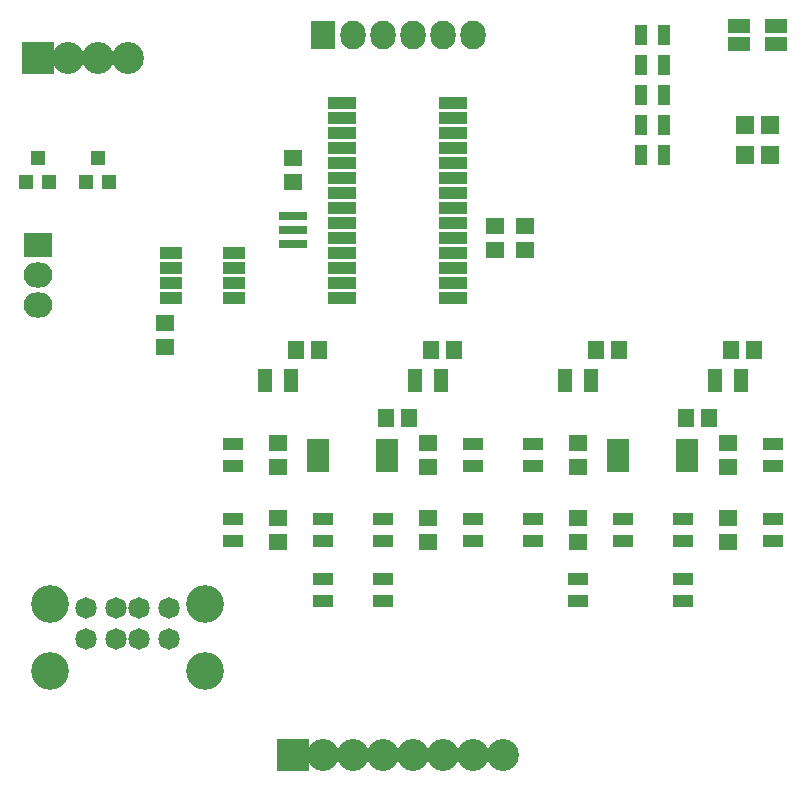
<source format=gts>
G04 #@! TF.FileFunction,Soldermask,Top*
%FSLAX46Y46*%
G04 Gerber Fmt 4.6, Leading zero omitted, Abs format (unit mm)*
G04 Created by KiCad (PCBNEW (2015-01-16 BZR 5376)-product) date 11/18/2015 9:54:19 PM*
%MOMM*%
G01*
G04 APERTURE LIST*
%ADD10C,0.100000*%
%ADD11R,2.400000X0.800000*%
%ADD12R,1.950000X1.000000*%
%ADD13R,1.850000X0.850000*%
%ADD14R,1.200100X1.200100*%
%ADD15R,2.127200X2.432000*%
%ADD16O,2.127200X2.432000*%
%ADD17C,1.820000*%
%ADD18C,3.200000*%
%ADD19R,2.432000X2.127200*%
%ADD20O,2.432000X2.127200*%
%ADD21R,2.400000X1.000000*%
%ADD22R,1.598880X1.598880*%
%ADD23R,1.900000X1.300000*%
%ADD24R,1.250000X0.800000*%
%ADD25R,1.650000X1.400000*%
%ADD26R,1.400000X1.650000*%
%ADD27R,1.700000X1.100000*%
%ADD28R,1.100000X1.700000*%
%ADD29R,2.700000X2.700000*%
%ADD30C,2.700000*%
G04 APERTURE END LIST*
D10*
D11*
X26670000Y50800000D03*
X26670000Y52000000D03*
X26670000Y49600000D03*
D12*
X21750000Y45085000D03*
X21750000Y46355000D03*
X21750000Y47625000D03*
X21750000Y48895000D03*
X16350000Y48895000D03*
X16350000Y47625000D03*
X16350000Y46355000D03*
X16350000Y45085000D03*
D13*
X54200000Y32725000D03*
X54200000Y32075000D03*
X54200000Y31425000D03*
X54200000Y30775000D03*
X60100000Y30775000D03*
X60100000Y31425000D03*
X60100000Y32075000D03*
X60100000Y32725000D03*
X28800000Y32725000D03*
X28800000Y32075000D03*
X28800000Y31425000D03*
X28800000Y30775000D03*
X34700000Y30775000D03*
X34700000Y31425000D03*
X34700000Y32075000D03*
X34700000Y32725000D03*
D14*
X9210000Y54879240D03*
X11110000Y54879240D03*
X10160000Y56878220D03*
X4130000Y54879240D03*
X6030000Y54879240D03*
X5080000Y56878220D03*
D15*
X29210000Y67310000D03*
D16*
X31750000Y67310000D03*
X34290000Y67310000D03*
X36830000Y67310000D03*
X39370000Y67310000D03*
X41910000Y67310000D03*
D17*
X9200000Y18805005D03*
X11700000Y18805005D03*
X13700000Y18805005D03*
X16200000Y18805005D03*
X9200000Y16185005D03*
X11700000Y16185005D03*
X13700000Y16185005D03*
X16200000Y16185005D03*
D18*
X19270000Y13475005D03*
X19270000Y19155005D03*
X6130000Y19155005D03*
X6130000Y13475005D03*
D19*
X5080000Y49530000D03*
D20*
X5080000Y46990000D03*
X5080000Y44450000D03*
D21*
X30860000Y61595000D03*
X30860000Y60325000D03*
X30860000Y59055000D03*
X30860000Y57785000D03*
X30860000Y56515000D03*
X30860000Y55245000D03*
X30860000Y53975000D03*
X30860000Y52705000D03*
X30860000Y51435000D03*
X30860000Y50165000D03*
X30860000Y48895000D03*
X30860000Y47625000D03*
X30860000Y46355000D03*
X30860000Y45085000D03*
X40260000Y45085000D03*
X40260000Y46355000D03*
X40260000Y47625000D03*
X40260000Y48895000D03*
X40260000Y50165000D03*
X40260000Y51435000D03*
X40260000Y52705000D03*
X40260000Y53975000D03*
X40260000Y55245000D03*
X40260000Y56515000D03*
X40260000Y57785000D03*
X40260000Y59055000D03*
X40260000Y60325000D03*
X40260000Y61595000D03*
D22*
X67089020Y57150000D03*
X64990980Y57150000D03*
X67089020Y59690000D03*
X64990980Y59690000D03*
D23*
X67590000Y66560000D03*
X67590000Y68060000D03*
X64490000Y68060000D03*
X64490000Y66560000D03*
D24*
X26500000Y37450000D03*
X26500000Y38100000D03*
X26500000Y38750000D03*
X24300000Y38750000D03*
X24300000Y38100000D03*
X24300000Y37450000D03*
X51900000Y37450000D03*
X51900000Y38100000D03*
X51900000Y38750000D03*
X49700000Y38750000D03*
X49700000Y38100000D03*
X49700000Y37450000D03*
X39200000Y37450000D03*
X39200000Y38100000D03*
X39200000Y38750000D03*
X37000000Y38750000D03*
X37000000Y38100000D03*
X37000000Y37450000D03*
X64600000Y37450000D03*
X64600000Y38100000D03*
X64600000Y38750000D03*
X62400000Y38750000D03*
X62400000Y38100000D03*
X62400000Y37450000D03*
D25*
X46355000Y51165000D03*
X46355000Y49165000D03*
X43815000Y51165000D03*
X43815000Y49165000D03*
D26*
X59960000Y34925000D03*
X61960000Y34925000D03*
D25*
X26670000Y54880000D03*
X26670000Y56880000D03*
X25400000Y30750000D03*
X25400000Y32750000D03*
X38100000Y30750000D03*
X38100000Y32750000D03*
X25400000Y24400000D03*
X25400000Y26400000D03*
X38100000Y24400000D03*
X38100000Y26400000D03*
D26*
X34560000Y34925000D03*
X36560000Y34925000D03*
D25*
X15875000Y42910000D03*
X15875000Y40910000D03*
X50800000Y30750000D03*
X50800000Y32750000D03*
X63500000Y30750000D03*
X63500000Y32750000D03*
X50800000Y24400000D03*
X50800000Y26400000D03*
X63500000Y24400000D03*
X63500000Y26400000D03*
D26*
X28940000Y40640000D03*
X26940000Y40640000D03*
X40370000Y40640000D03*
X38370000Y40640000D03*
X54340000Y40640000D03*
X52340000Y40640000D03*
X65770000Y40640000D03*
X63770000Y40640000D03*
D27*
X29210000Y21270000D03*
X29210000Y19370000D03*
X29210000Y24450000D03*
X29210000Y26350000D03*
X34290000Y21270000D03*
X34290000Y19370000D03*
X34290000Y24450000D03*
X34290000Y26350000D03*
X21590000Y32700000D03*
X21590000Y30800000D03*
X21590000Y24450000D03*
X21590000Y26350000D03*
X41910000Y32700000D03*
X41910000Y30800000D03*
X41910000Y24450000D03*
X41910000Y26350000D03*
X50800000Y21270000D03*
X50800000Y19370000D03*
X54610000Y24450000D03*
X54610000Y26350000D03*
X59690000Y21270000D03*
X59690000Y19370000D03*
X59690000Y24450000D03*
X59690000Y26350000D03*
X46990000Y32700000D03*
X46990000Y30800000D03*
X46990000Y24450000D03*
X46990000Y26350000D03*
X67310000Y32700000D03*
X67310000Y30800000D03*
X67310000Y24450000D03*
X67310000Y26350000D03*
D28*
X58100000Y64770000D03*
X56200000Y64770000D03*
X58100000Y62230000D03*
X56200000Y62230000D03*
X58100000Y67310000D03*
X56200000Y67310000D03*
X56200000Y59690000D03*
X58100000Y59690000D03*
X56200000Y57150000D03*
X58100000Y57150000D03*
D29*
X26670000Y6350000D03*
D30*
X29210000Y6350000D03*
X31750000Y6350000D03*
X34290000Y6350000D03*
X36830000Y6350000D03*
X39370000Y6350000D03*
X41910000Y6350000D03*
X44450000Y6350000D03*
D29*
X5080000Y65405000D03*
D30*
X7620000Y65405000D03*
X10160000Y65405000D03*
X12700000Y65405000D03*
M02*

</source>
